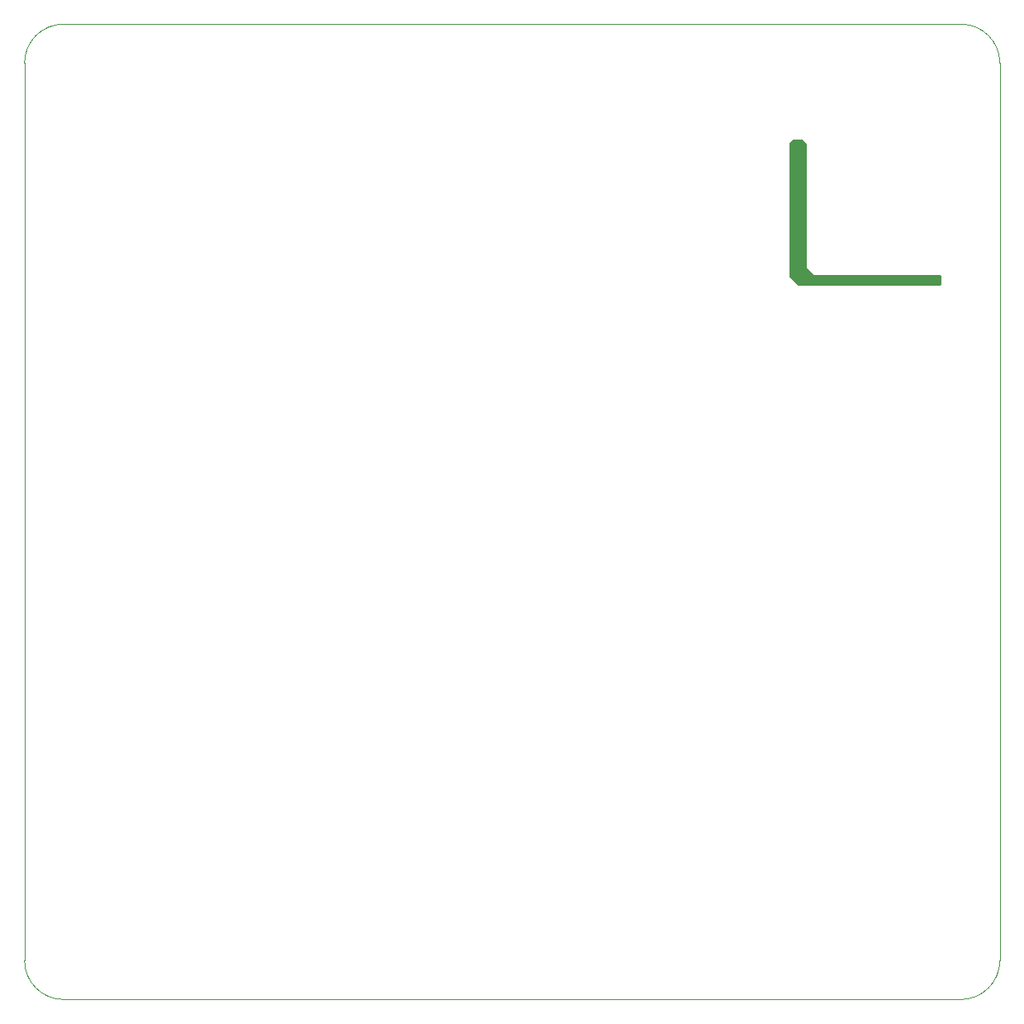
<source format=gbr>
G04*
G04 #@! TF.GenerationSoftware,Altium Limited,Altium Designer,25.1.2 (22)*
G04*
G04 Layer_Color=0*
%FSLAX44Y44*%
%MOMM*%
G71*
G04*
G04 #@! TF.SameCoordinates,54FBF0B5-E2CF-4F3E-8A6F-997AE4EABEE6*
G04*
G04*
G04 #@! TF.FilePolarity,Positive*
G04*
G01*
G75*
%ADD159C,0.0254*%
G36*
X784098Y740918D02*
Y877824D01*
X787908Y881634D01*
X798068D01*
X802386Y877316D01*
Y749808D01*
X809498Y742696D01*
X939038D01*
X939800Y741934D01*
Y732536D01*
X938784Y731520D01*
X793496D01*
X784098Y740918D01*
D02*
G37*
D159*
X40000Y0D02*
G02*
X0Y40000I0J40000D01*
G01*
Y960000D01*
D02*
G02*
X40000Y1000000I40000J0D01*
G01*
X960000D01*
D02*
G02*
X1000000Y960000I0J-40000D01*
G01*
Y40000D01*
D02*
G02*
X960000Y0I-40000J-0D01*
G01*
X40000D01*
M02*

</source>
